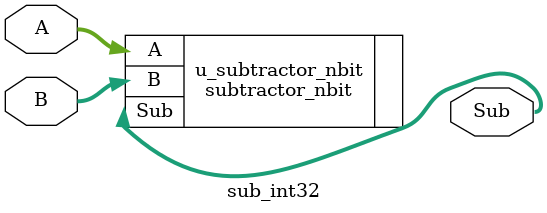
<source format=v>

module sub_int32 #(
    parameter WIDTH = 32,
    parameter IMPL_TYPE = 0
)(
    input [WIDTH-1:0] A,
    input [WIDTH-1:0] B,
    output [WIDTH-1:0] Sub
);

    subtractor_nbit #(
        .WIDTH(WIDTH),
        .IMPL_TYPE(IMPL_TYPE)
    ) u_subtractor_nbit (
        .A(A),
        .B(B),
        .Sub(Sub)
    );

endmodule

</source>
